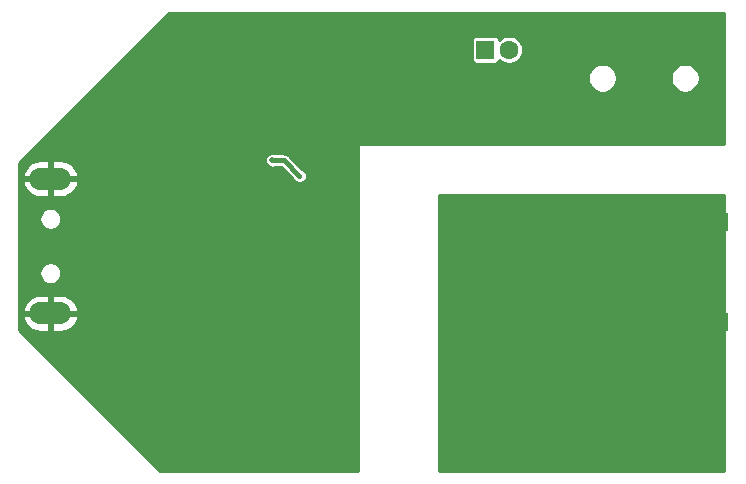
<source format=gbr>
G04 #@! TF.GenerationSoftware,KiCad,Pcbnew,5.1.5*
G04 #@! TF.CreationDate,2020-06-04T17:32:55-05:00*
G04 #@! TF.ProjectId,Receiver,52656365-6976-4657-922e-6b696361645f,rev?*
G04 #@! TF.SameCoordinates,Original*
G04 #@! TF.FileFunction,Copper,L2,Bot*
G04 #@! TF.FilePolarity,Positive*
%FSLAX46Y46*%
G04 Gerber Fmt 4.6, Leading zero omitted, Abs format (unit mm)*
G04 Created by KiCad (PCBNEW 5.1.5) date 2020-06-04 17:32:55*
%MOMM*%
%LPD*%
G04 APERTURE LIST*
%ADD10R,1.600000X1.600000*%
%ADD11C,1.600000*%
%ADD12O,3.500000X1.900000*%
%ADD13R,5.080000X1.500000*%
%ADD14C,0.800000*%
%ADD15C,0.508000*%
%ADD16C,0.381000*%
%ADD17C,0.254000*%
G04 APERTURE END LIST*
D10*
X165862000Y-86614000D03*
D11*
X167862000Y-86614000D03*
D12*
X129032000Y-108936000D03*
X129032000Y-97536000D03*
D13*
X183896000Y-109660000D03*
X183896000Y-101160000D03*
D14*
X183896000Y-87376000D03*
D15*
X152654000Y-99568000D03*
X148336000Y-97536000D03*
X151130000Y-119380000D03*
X145542000Y-115316000D03*
X144018000Y-119380000D03*
X150114000Y-97282000D03*
X147820088Y-95966856D03*
X164338000Y-99568000D03*
X164338000Y-116332000D03*
X171958000Y-115570000D03*
X180848000Y-109728000D03*
X180848000Y-101092000D03*
X171450000Y-105410000D03*
D16*
X148798856Y-95966856D02*
X147820088Y-95966856D01*
X150114000Y-97282000D02*
X148798856Y-95966856D01*
X183828000Y-101092000D02*
X183896000Y-101160000D01*
X180848000Y-101092000D02*
X183828000Y-101092000D01*
X183828000Y-109728000D02*
X183896000Y-109660000D01*
X180848000Y-109728000D02*
X183828000Y-109728000D01*
D17*
G36*
X186030001Y-94615000D02*
G01*
X155194000Y-94615000D01*
X155169224Y-94617440D01*
X155145399Y-94624667D01*
X155123443Y-94636403D01*
X155104197Y-94652197D01*
X155088403Y-94671443D01*
X155076667Y-94693399D01*
X155069440Y-94717224D01*
X155067000Y-94742000D01*
X155067000Y-122276000D01*
X138344170Y-122276000D01*
X126390000Y-110321831D01*
X126390000Y-109308588D01*
X126691414Y-109308588D01*
X126719051Y-109425221D01*
X126843564Y-109710983D01*
X127021434Y-109966962D01*
X127245825Y-110183322D01*
X127508114Y-110351748D01*
X127798222Y-110465768D01*
X128105000Y-110521000D01*
X128905000Y-110521000D01*
X128905000Y-109063000D01*
X129159000Y-109063000D01*
X129159000Y-110521000D01*
X129959000Y-110521000D01*
X130265778Y-110465768D01*
X130555886Y-110351748D01*
X130818175Y-110183322D01*
X131042566Y-109966962D01*
X131220436Y-109710983D01*
X131344949Y-109425221D01*
X131372586Y-109308588D01*
X131252584Y-109063000D01*
X129159000Y-109063000D01*
X128905000Y-109063000D01*
X126811416Y-109063000D01*
X126691414Y-109308588D01*
X126390000Y-109308588D01*
X126390000Y-108563412D01*
X126691414Y-108563412D01*
X126811416Y-108809000D01*
X128905000Y-108809000D01*
X128905000Y-107351000D01*
X129159000Y-107351000D01*
X129159000Y-108809000D01*
X131252584Y-108809000D01*
X131372586Y-108563412D01*
X131344949Y-108446779D01*
X131220436Y-108161017D01*
X131042566Y-107905038D01*
X130818175Y-107688678D01*
X130555886Y-107520252D01*
X130265778Y-107406232D01*
X129959000Y-107351000D01*
X129159000Y-107351000D01*
X128905000Y-107351000D01*
X128105000Y-107351000D01*
X127798222Y-107406232D01*
X127508114Y-107520252D01*
X127245825Y-107688678D01*
X127021434Y-107905038D01*
X126843564Y-108161017D01*
X126719051Y-108446779D01*
X126691414Y-108563412D01*
X126390000Y-108563412D01*
X126390000Y-105444304D01*
X128101000Y-105444304D01*
X128101000Y-105627696D01*
X128136778Y-105807563D01*
X128206958Y-105976994D01*
X128308845Y-106129478D01*
X128438522Y-106259155D01*
X128591006Y-106361042D01*
X128760437Y-106431222D01*
X128940304Y-106467000D01*
X129123696Y-106467000D01*
X129303563Y-106431222D01*
X129472994Y-106361042D01*
X129625478Y-106259155D01*
X129755155Y-106129478D01*
X129857042Y-105976994D01*
X129927222Y-105807563D01*
X129963000Y-105627696D01*
X129963000Y-105444304D01*
X129927222Y-105264437D01*
X129857042Y-105095006D01*
X129755155Y-104942522D01*
X129625478Y-104812845D01*
X129472994Y-104710958D01*
X129303563Y-104640778D01*
X129123696Y-104605000D01*
X128940304Y-104605000D01*
X128760437Y-104640778D01*
X128591006Y-104710958D01*
X128438522Y-104812845D01*
X128308845Y-104942522D01*
X128206958Y-105095006D01*
X128136778Y-105264437D01*
X128101000Y-105444304D01*
X126390000Y-105444304D01*
X126390000Y-100844304D01*
X128101000Y-100844304D01*
X128101000Y-101027696D01*
X128136778Y-101207563D01*
X128206958Y-101376994D01*
X128308845Y-101529478D01*
X128438522Y-101659155D01*
X128591006Y-101761042D01*
X128760437Y-101831222D01*
X128940304Y-101867000D01*
X129123696Y-101867000D01*
X129303563Y-101831222D01*
X129472994Y-101761042D01*
X129625478Y-101659155D01*
X129755155Y-101529478D01*
X129857042Y-101376994D01*
X129927222Y-101207563D01*
X129963000Y-101027696D01*
X129963000Y-100844304D01*
X129927222Y-100664437D01*
X129857042Y-100495006D01*
X129755155Y-100342522D01*
X129625478Y-100212845D01*
X129472994Y-100110958D01*
X129303563Y-100040778D01*
X129123696Y-100005000D01*
X128940304Y-100005000D01*
X128760437Y-100040778D01*
X128591006Y-100110958D01*
X128438522Y-100212845D01*
X128308845Y-100342522D01*
X128206958Y-100495006D01*
X128136778Y-100664437D01*
X128101000Y-100844304D01*
X126390000Y-100844304D01*
X126390000Y-97908588D01*
X126691414Y-97908588D01*
X126719051Y-98025221D01*
X126843564Y-98310983D01*
X127021434Y-98566962D01*
X127245825Y-98783322D01*
X127508114Y-98951748D01*
X127798222Y-99065768D01*
X128105000Y-99121000D01*
X128905000Y-99121000D01*
X128905000Y-97663000D01*
X129159000Y-97663000D01*
X129159000Y-99121000D01*
X129959000Y-99121000D01*
X130265778Y-99065768D01*
X130555886Y-98951748D01*
X130818175Y-98783322D01*
X131042566Y-98566962D01*
X131220436Y-98310983D01*
X131344949Y-98025221D01*
X131372586Y-97908588D01*
X131252584Y-97663000D01*
X129159000Y-97663000D01*
X128905000Y-97663000D01*
X126811416Y-97663000D01*
X126691414Y-97908588D01*
X126390000Y-97908588D01*
X126390000Y-97163412D01*
X126691414Y-97163412D01*
X126811416Y-97409000D01*
X128905000Y-97409000D01*
X128905000Y-95951000D01*
X129159000Y-95951000D01*
X129159000Y-97409000D01*
X131252584Y-97409000D01*
X131372586Y-97163412D01*
X131344949Y-97046779D01*
X131220436Y-96761017D01*
X131042566Y-96505038D01*
X130818175Y-96288678D01*
X130555886Y-96120252D01*
X130265778Y-96006232D01*
X129959000Y-95951000D01*
X129159000Y-95951000D01*
X128905000Y-95951000D01*
X128105000Y-95951000D01*
X127798222Y-96006232D01*
X127508114Y-96120252D01*
X127245825Y-96288678D01*
X127021434Y-96505038D01*
X126843564Y-96761017D01*
X126719051Y-97046779D01*
X126691414Y-97163412D01*
X126390000Y-97163412D01*
X126390000Y-96180169D01*
X126665855Y-95904314D01*
X147185088Y-95904314D01*
X147185088Y-96029398D01*
X147209491Y-96152079D01*
X147257359Y-96267641D01*
X147326852Y-96371645D01*
X147415299Y-96460092D01*
X147519303Y-96529585D01*
X147634865Y-96577453D01*
X147757546Y-96601856D01*
X147882630Y-96601856D01*
X148005311Y-96577453D01*
X148099698Y-96538356D01*
X148562134Y-96538356D01*
X149512173Y-97488396D01*
X149551271Y-97582785D01*
X149620764Y-97686789D01*
X149709211Y-97775236D01*
X149813215Y-97844729D01*
X149928777Y-97892597D01*
X150051458Y-97917000D01*
X150176542Y-97917000D01*
X150299223Y-97892597D01*
X150414785Y-97844729D01*
X150518789Y-97775236D01*
X150607236Y-97686789D01*
X150676729Y-97582785D01*
X150724597Y-97467223D01*
X150749000Y-97344542D01*
X150749000Y-97219458D01*
X150724597Y-97096777D01*
X150676729Y-96981215D01*
X150607236Y-96877211D01*
X150518789Y-96788764D01*
X150414785Y-96719271D01*
X150320396Y-96680173D01*
X149222826Y-95582604D01*
X149204923Y-95560789D01*
X149117901Y-95489372D01*
X149018618Y-95436304D01*
X148910890Y-95403625D01*
X148826930Y-95395356D01*
X148798856Y-95392591D01*
X148770782Y-95395356D01*
X148099698Y-95395356D01*
X148005311Y-95356259D01*
X147882630Y-95331856D01*
X147757546Y-95331856D01*
X147634865Y-95356259D01*
X147519303Y-95404127D01*
X147415299Y-95473620D01*
X147326852Y-95562067D01*
X147257359Y-95666071D01*
X147209491Y-95781633D01*
X147185088Y-95904314D01*
X126665855Y-95904314D01*
X133681412Y-88888757D01*
X174533000Y-88888757D01*
X174533000Y-89131243D01*
X174580307Y-89369069D01*
X174673102Y-89593097D01*
X174807820Y-89794717D01*
X174979283Y-89966180D01*
X175180903Y-90100898D01*
X175404931Y-90193693D01*
X175642757Y-90241000D01*
X175885243Y-90241000D01*
X176123069Y-90193693D01*
X176347097Y-90100898D01*
X176548717Y-89966180D01*
X176720180Y-89794717D01*
X176854898Y-89593097D01*
X176947693Y-89369069D01*
X176995000Y-89131243D01*
X176995000Y-88888757D01*
X181533000Y-88888757D01*
X181533000Y-89131243D01*
X181580307Y-89369069D01*
X181673102Y-89593097D01*
X181807820Y-89794717D01*
X181979283Y-89966180D01*
X182180903Y-90100898D01*
X182404931Y-90193693D01*
X182642757Y-90241000D01*
X182885243Y-90241000D01*
X183123069Y-90193693D01*
X183347097Y-90100898D01*
X183548717Y-89966180D01*
X183720180Y-89794717D01*
X183854898Y-89593097D01*
X183947693Y-89369069D01*
X183995000Y-89131243D01*
X183995000Y-88888757D01*
X183947693Y-88650931D01*
X183854898Y-88426903D01*
X183720180Y-88225283D01*
X183548717Y-88053820D01*
X183347097Y-87919102D01*
X183123069Y-87826307D01*
X182885243Y-87779000D01*
X182642757Y-87779000D01*
X182404931Y-87826307D01*
X182180903Y-87919102D01*
X181979283Y-88053820D01*
X181807820Y-88225283D01*
X181673102Y-88426903D01*
X181580307Y-88650931D01*
X181533000Y-88888757D01*
X176995000Y-88888757D01*
X176947693Y-88650931D01*
X176854898Y-88426903D01*
X176720180Y-88225283D01*
X176548717Y-88053820D01*
X176347097Y-87919102D01*
X176123069Y-87826307D01*
X175885243Y-87779000D01*
X175642757Y-87779000D01*
X175404931Y-87826307D01*
X175180903Y-87919102D01*
X174979283Y-88053820D01*
X174807820Y-88225283D01*
X174673102Y-88426903D01*
X174580307Y-88650931D01*
X174533000Y-88888757D01*
X133681412Y-88888757D01*
X136756170Y-85814000D01*
X164679157Y-85814000D01*
X164679157Y-87414000D01*
X164686513Y-87488689D01*
X164708299Y-87560508D01*
X164743678Y-87626696D01*
X164791289Y-87684711D01*
X164849304Y-87732322D01*
X164915492Y-87767701D01*
X164987311Y-87789487D01*
X165062000Y-87796843D01*
X166662000Y-87796843D01*
X166736689Y-87789487D01*
X166808508Y-87767701D01*
X166874696Y-87732322D01*
X166932711Y-87684711D01*
X166980322Y-87626696D01*
X167015701Y-87560508D01*
X167037487Y-87488689D01*
X167040089Y-87462274D01*
X167109157Y-87531342D01*
X167302587Y-87660588D01*
X167517515Y-87749614D01*
X167745682Y-87795000D01*
X167978318Y-87795000D01*
X168206485Y-87749614D01*
X168421413Y-87660588D01*
X168614843Y-87531342D01*
X168779342Y-87366843D01*
X168908588Y-87173413D01*
X168997614Y-86958485D01*
X169043000Y-86730318D01*
X169043000Y-86497682D01*
X168997614Y-86269515D01*
X168908588Y-86054587D01*
X168779342Y-85861157D01*
X168614843Y-85696658D01*
X168421413Y-85567412D01*
X168206485Y-85478386D01*
X167978318Y-85433000D01*
X167745682Y-85433000D01*
X167517515Y-85478386D01*
X167302587Y-85567412D01*
X167109157Y-85696658D01*
X167040089Y-85765726D01*
X167037487Y-85739311D01*
X167015701Y-85667492D01*
X166980322Y-85601304D01*
X166932711Y-85543289D01*
X166874696Y-85495678D01*
X166808508Y-85460299D01*
X166736689Y-85438513D01*
X166662000Y-85431157D01*
X165062000Y-85431157D01*
X164987311Y-85438513D01*
X164915492Y-85460299D01*
X164849304Y-85495678D01*
X164791289Y-85543289D01*
X164743678Y-85601304D01*
X164708299Y-85667492D01*
X164686513Y-85739311D01*
X164679157Y-85814000D01*
X136756170Y-85814000D01*
X139106171Y-83464000D01*
X186030001Y-83464000D01*
X186030001Y-94615000D01*
G37*
X186030001Y-94615000D02*
X155194000Y-94615000D01*
X155169224Y-94617440D01*
X155145399Y-94624667D01*
X155123443Y-94636403D01*
X155104197Y-94652197D01*
X155088403Y-94671443D01*
X155076667Y-94693399D01*
X155069440Y-94717224D01*
X155067000Y-94742000D01*
X155067000Y-122276000D01*
X138344170Y-122276000D01*
X126390000Y-110321831D01*
X126390000Y-109308588D01*
X126691414Y-109308588D01*
X126719051Y-109425221D01*
X126843564Y-109710983D01*
X127021434Y-109966962D01*
X127245825Y-110183322D01*
X127508114Y-110351748D01*
X127798222Y-110465768D01*
X128105000Y-110521000D01*
X128905000Y-110521000D01*
X128905000Y-109063000D01*
X129159000Y-109063000D01*
X129159000Y-110521000D01*
X129959000Y-110521000D01*
X130265778Y-110465768D01*
X130555886Y-110351748D01*
X130818175Y-110183322D01*
X131042566Y-109966962D01*
X131220436Y-109710983D01*
X131344949Y-109425221D01*
X131372586Y-109308588D01*
X131252584Y-109063000D01*
X129159000Y-109063000D01*
X128905000Y-109063000D01*
X126811416Y-109063000D01*
X126691414Y-109308588D01*
X126390000Y-109308588D01*
X126390000Y-108563412D01*
X126691414Y-108563412D01*
X126811416Y-108809000D01*
X128905000Y-108809000D01*
X128905000Y-107351000D01*
X129159000Y-107351000D01*
X129159000Y-108809000D01*
X131252584Y-108809000D01*
X131372586Y-108563412D01*
X131344949Y-108446779D01*
X131220436Y-108161017D01*
X131042566Y-107905038D01*
X130818175Y-107688678D01*
X130555886Y-107520252D01*
X130265778Y-107406232D01*
X129959000Y-107351000D01*
X129159000Y-107351000D01*
X128905000Y-107351000D01*
X128105000Y-107351000D01*
X127798222Y-107406232D01*
X127508114Y-107520252D01*
X127245825Y-107688678D01*
X127021434Y-107905038D01*
X126843564Y-108161017D01*
X126719051Y-108446779D01*
X126691414Y-108563412D01*
X126390000Y-108563412D01*
X126390000Y-105444304D01*
X128101000Y-105444304D01*
X128101000Y-105627696D01*
X128136778Y-105807563D01*
X128206958Y-105976994D01*
X128308845Y-106129478D01*
X128438522Y-106259155D01*
X128591006Y-106361042D01*
X128760437Y-106431222D01*
X128940304Y-106467000D01*
X129123696Y-106467000D01*
X129303563Y-106431222D01*
X129472994Y-106361042D01*
X129625478Y-106259155D01*
X129755155Y-106129478D01*
X129857042Y-105976994D01*
X129927222Y-105807563D01*
X129963000Y-105627696D01*
X129963000Y-105444304D01*
X129927222Y-105264437D01*
X129857042Y-105095006D01*
X129755155Y-104942522D01*
X129625478Y-104812845D01*
X129472994Y-104710958D01*
X129303563Y-104640778D01*
X129123696Y-104605000D01*
X128940304Y-104605000D01*
X128760437Y-104640778D01*
X128591006Y-104710958D01*
X128438522Y-104812845D01*
X128308845Y-104942522D01*
X128206958Y-105095006D01*
X128136778Y-105264437D01*
X128101000Y-105444304D01*
X126390000Y-105444304D01*
X126390000Y-100844304D01*
X128101000Y-100844304D01*
X128101000Y-101027696D01*
X128136778Y-101207563D01*
X128206958Y-101376994D01*
X128308845Y-101529478D01*
X128438522Y-101659155D01*
X128591006Y-101761042D01*
X128760437Y-101831222D01*
X128940304Y-101867000D01*
X129123696Y-101867000D01*
X129303563Y-101831222D01*
X129472994Y-101761042D01*
X129625478Y-101659155D01*
X129755155Y-101529478D01*
X129857042Y-101376994D01*
X129927222Y-101207563D01*
X129963000Y-101027696D01*
X129963000Y-100844304D01*
X129927222Y-100664437D01*
X129857042Y-100495006D01*
X129755155Y-100342522D01*
X129625478Y-100212845D01*
X129472994Y-100110958D01*
X129303563Y-100040778D01*
X129123696Y-100005000D01*
X128940304Y-100005000D01*
X128760437Y-100040778D01*
X128591006Y-100110958D01*
X128438522Y-100212845D01*
X128308845Y-100342522D01*
X128206958Y-100495006D01*
X128136778Y-100664437D01*
X128101000Y-100844304D01*
X126390000Y-100844304D01*
X126390000Y-97908588D01*
X126691414Y-97908588D01*
X126719051Y-98025221D01*
X126843564Y-98310983D01*
X127021434Y-98566962D01*
X127245825Y-98783322D01*
X127508114Y-98951748D01*
X127798222Y-99065768D01*
X128105000Y-99121000D01*
X128905000Y-99121000D01*
X128905000Y-97663000D01*
X129159000Y-97663000D01*
X129159000Y-99121000D01*
X129959000Y-99121000D01*
X130265778Y-99065768D01*
X130555886Y-98951748D01*
X130818175Y-98783322D01*
X131042566Y-98566962D01*
X131220436Y-98310983D01*
X131344949Y-98025221D01*
X131372586Y-97908588D01*
X131252584Y-97663000D01*
X129159000Y-97663000D01*
X128905000Y-97663000D01*
X126811416Y-97663000D01*
X126691414Y-97908588D01*
X126390000Y-97908588D01*
X126390000Y-97163412D01*
X126691414Y-97163412D01*
X126811416Y-97409000D01*
X128905000Y-97409000D01*
X128905000Y-95951000D01*
X129159000Y-95951000D01*
X129159000Y-97409000D01*
X131252584Y-97409000D01*
X131372586Y-97163412D01*
X131344949Y-97046779D01*
X131220436Y-96761017D01*
X131042566Y-96505038D01*
X130818175Y-96288678D01*
X130555886Y-96120252D01*
X130265778Y-96006232D01*
X129959000Y-95951000D01*
X129159000Y-95951000D01*
X128905000Y-95951000D01*
X128105000Y-95951000D01*
X127798222Y-96006232D01*
X127508114Y-96120252D01*
X127245825Y-96288678D01*
X127021434Y-96505038D01*
X126843564Y-96761017D01*
X126719051Y-97046779D01*
X126691414Y-97163412D01*
X126390000Y-97163412D01*
X126390000Y-96180169D01*
X126665855Y-95904314D01*
X147185088Y-95904314D01*
X147185088Y-96029398D01*
X147209491Y-96152079D01*
X147257359Y-96267641D01*
X147326852Y-96371645D01*
X147415299Y-96460092D01*
X147519303Y-96529585D01*
X147634865Y-96577453D01*
X147757546Y-96601856D01*
X147882630Y-96601856D01*
X148005311Y-96577453D01*
X148099698Y-96538356D01*
X148562134Y-96538356D01*
X149512173Y-97488396D01*
X149551271Y-97582785D01*
X149620764Y-97686789D01*
X149709211Y-97775236D01*
X149813215Y-97844729D01*
X149928777Y-97892597D01*
X150051458Y-97917000D01*
X150176542Y-97917000D01*
X150299223Y-97892597D01*
X150414785Y-97844729D01*
X150518789Y-97775236D01*
X150607236Y-97686789D01*
X150676729Y-97582785D01*
X150724597Y-97467223D01*
X150749000Y-97344542D01*
X150749000Y-97219458D01*
X150724597Y-97096777D01*
X150676729Y-96981215D01*
X150607236Y-96877211D01*
X150518789Y-96788764D01*
X150414785Y-96719271D01*
X150320396Y-96680173D01*
X149222826Y-95582604D01*
X149204923Y-95560789D01*
X149117901Y-95489372D01*
X149018618Y-95436304D01*
X148910890Y-95403625D01*
X148826930Y-95395356D01*
X148798856Y-95392591D01*
X148770782Y-95395356D01*
X148099698Y-95395356D01*
X148005311Y-95356259D01*
X147882630Y-95331856D01*
X147757546Y-95331856D01*
X147634865Y-95356259D01*
X147519303Y-95404127D01*
X147415299Y-95473620D01*
X147326852Y-95562067D01*
X147257359Y-95666071D01*
X147209491Y-95781633D01*
X147185088Y-95904314D01*
X126665855Y-95904314D01*
X133681412Y-88888757D01*
X174533000Y-88888757D01*
X174533000Y-89131243D01*
X174580307Y-89369069D01*
X174673102Y-89593097D01*
X174807820Y-89794717D01*
X174979283Y-89966180D01*
X175180903Y-90100898D01*
X175404931Y-90193693D01*
X175642757Y-90241000D01*
X175885243Y-90241000D01*
X176123069Y-90193693D01*
X176347097Y-90100898D01*
X176548717Y-89966180D01*
X176720180Y-89794717D01*
X176854898Y-89593097D01*
X176947693Y-89369069D01*
X176995000Y-89131243D01*
X176995000Y-88888757D01*
X181533000Y-88888757D01*
X181533000Y-89131243D01*
X181580307Y-89369069D01*
X181673102Y-89593097D01*
X181807820Y-89794717D01*
X181979283Y-89966180D01*
X182180903Y-90100898D01*
X182404931Y-90193693D01*
X182642757Y-90241000D01*
X182885243Y-90241000D01*
X183123069Y-90193693D01*
X183347097Y-90100898D01*
X183548717Y-89966180D01*
X183720180Y-89794717D01*
X183854898Y-89593097D01*
X183947693Y-89369069D01*
X183995000Y-89131243D01*
X183995000Y-88888757D01*
X183947693Y-88650931D01*
X183854898Y-88426903D01*
X183720180Y-88225283D01*
X183548717Y-88053820D01*
X183347097Y-87919102D01*
X183123069Y-87826307D01*
X182885243Y-87779000D01*
X182642757Y-87779000D01*
X182404931Y-87826307D01*
X182180903Y-87919102D01*
X181979283Y-88053820D01*
X181807820Y-88225283D01*
X181673102Y-88426903D01*
X181580307Y-88650931D01*
X181533000Y-88888757D01*
X176995000Y-88888757D01*
X176947693Y-88650931D01*
X176854898Y-88426903D01*
X176720180Y-88225283D01*
X176548717Y-88053820D01*
X176347097Y-87919102D01*
X176123069Y-87826307D01*
X175885243Y-87779000D01*
X175642757Y-87779000D01*
X175404931Y-87826307D01*
X175180903Y-87919102D01*
X174979283Y-88053820D01*
X174807820Y-88225283D01*
X174673102Y-88426903D01*
X174580307Y-88650931D01*
X174533000Y-88888757D01*
X133681412Y-88888757D01*
X136756170Y-85814000D01*
X164679157Y-85814000D01*
X164679157Y-87414000D01*
X164686513Y-87488689D01*
X164708299Y-87560508D01*
X164743678Y-87626696D01*
X164791289Y-87684711D01*
X164849304Y-87732322D01*
X164915492Y-87767701D01*
X164987311Y-87789487D01*
X165062000Y-87796843D01*
X166662000Y-87796843D01*
X166736689Y-87789487D01*
X166808508Y-87767701D01*
X166874696Y-87732322D01*
X166932711Y-87684711D01*
X166980322Y-87626696D01*
X167015701Y-87560508D01*
X167037487Y-87488689D01*
X167040089Y-87462274D01*
X167109157Y-87531342D01*
X167302587Y-87660588D01*
X167517515Y-87749614D01*
X167745682Y-87795000D01*
X167978318Y-87795000D01*
X168206485Y-87749614D01*
X168421413Y-87660588D01*
X168614843Y-87531342D01*
X168779342Y-87366843D01*
X168908588Y-87173413D01*
X168997614Y-86958485D01*
X169043000Y-86730318D01*
X169043000Y-86497682D01*
X168997614Y-86269515D01*
X168908588Y-86054587D01*
X168779342Y-85861157D01*
X168614843Y-85696658D01*
X168421413Y-85567412D01*
X168206485Y-85478386D01*
X167978318Y-85433000D01*
X167745682Y-85433000D01*
X167517515Y-85478386D01*
X167302587Y-85567412D01*
X167109157Y-85696658D01*
X167040089Y-85765726D01*
X167037487Y-85739311D01*
X167015701Y-85667492D01*
X166980322Y-85601304D01*
X166932711Y-85543289D01*
X166874696Y-85495678D01*
X166808508Y-85460299D01*
X166736689Y-85438513D01*
X166662000Y-85431157D01*
X165062000Y-85431157D01*
X164987311Y-85438513D01*
X164915492Y-85460299D01*
X164849304Y-85495678D01*
X164791289Y-85543289D01*
X164743678Y-85601304D01*
X164708299Y-85667492D01*
X164686513Y-85739311D01*
X164679157Y-85814000D01*
X136756170Y-85814000D01*
X139106171Y-83464000D01*
X186030001Y-83464000D01*
X186030001Y-94615000D01*
G36*
X186030000Y-122276000D02*
G01*
X161925000Y-122276000D01*
X161925000Y-98933000D01*
X186030001Y-98933000D01*
X186030000Y-122276000D01*
G37*
X186030000Y-122276000D02*
X161925000Y-122276000D01*
X161925000Y-98933000D01*
X186030001Y-98933000D01*
X186030000Y-122276000D01*
M02*

</source>
